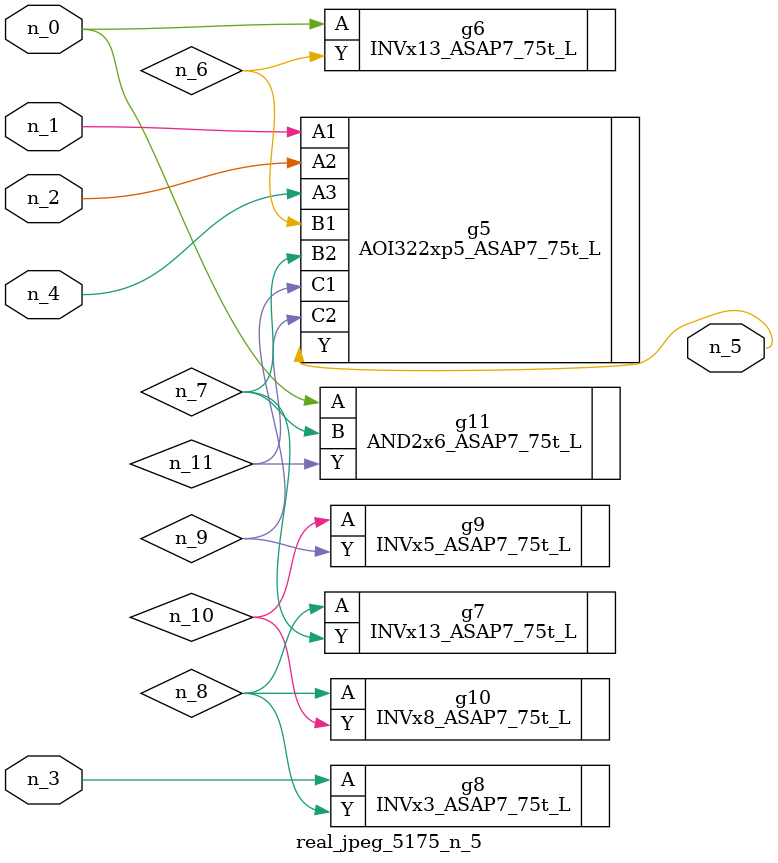
<source format=v>
module real_jpeg_5175_n_5 (n_4, n_0, n_1, n_2, n_3, n_5);

input n_4;
input n_0;
input n_1;
input n_2;
input n_3;

output n_5;

wire n_8;
wire n_11;
wire n_6;
wire n_7;
wire n_10;
wire n_9;

INVx13_ASAP7_75t_L g6 ( 
.A(n_0),
.Y(n_6)
);

AND2x6_ASAP7_75t_L g11 ( 
.A(n_0),
.B(n_7),
.Y(n_11)
);

AOI322xp5_ASAP7_75t_L g5 ( 
.A1(n_1),
.A2(n_2),
.A3(n_4),
.B1(n_6),
.B2(n_7),
.C1(n_9),
.C2(n_11),
.Y(n_5)
);

INVx3_ASAP7_75t_L g8 ( 
.A(n_3),
.Y(n_8)
);

INVx13_ASAP7_75t_L g7 ( 
.A(n_8),
.Y(n_7)
);

INVx8_ASAP7_75t_L g10 ( 
.A(n_8),
.Y(n_10)
);

INVx5_ASAP7_75t_L g9 ( 
.A(n_10),
.Y(n_9)
);


endmodule
</source>
